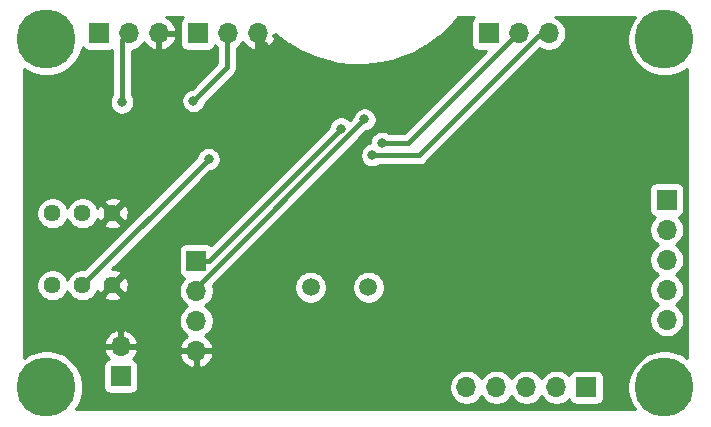
<source format=gbr>
%TF.GenerationSoftware,KiCad,Pcbnew,(5.1.8)-1*%
%TF.CreationDate,2021-01-17T19:24:47+01:00*%
%TF.ProjectId,Cirkel_Kalender,4369726b-656c-45f4-9b61-6c656e646572,rev?*%
%TF.SameCoordinates,Original*%
%TF.FileFunction,Copper,L2,Bot*%
%TF.FilePolarity,Positive*%
%FSLAX46Y46*%
G04 Gerber Fmt 4.6, Leading zero omitted, Abs format (unit mm)*
G04 Created by KiCad (PCBNEW (5.1.8)-1) date 2021-01-17 19:24:47*
%MOMM*%
%LPD*%
G01*
G04 APERTURE LIST*
%TA.AperFunction,ComponentPad*%
%ADD10O,1.700000X1.700000*%
%TD*%
%TA.AperFunction,ComponentPad*%
%ADD11R,1.700000X1.700000*%
%TD*%
%TA.AperFunction,ConnectorPad*%
%ADD12C,5.000000*%
%TD*%
%TA.AperFunction,ComponentPad*%
%ADD13C,2.900000*%
%TD*%
%TA.AperFunction,ComponentPad*%
%ADD14C,1.440000*%
%TD*%
%TA.AperFunction,ComponentPad*%
%ADD15C,1.500000*%
%TD*%
%TA.AperFunction,ViaPad*%
%ADD16C,0.800000*%
%TD*%
%TA.AperFunction,Conductor*%
%ADD17C,0.400000*%
%TD*%
%TA.AperFunction,Conductor*%
%ADD18C,0.254000*%
%TD*%
%TA.AperFunction,Conductor*%
%ADD19C,0.100000*%
%TD*%
G04 APERTURE END LIST*
D10*
%TO.P,U1,3*%
%TO.N,GND*%
X27305000Y-152908000D03*
%TO.P,U1,2*%
%TO.N,Net-(U1-Pad2)*%
X24765000Y-152908000D03*
D11*
%TO.P,U1,1*%
%TO.N,Net-(R1-Pad1)*%
X22225000Y-152908000D03*
%TD*%
D10*
%TO.P,U2,3*%
%TO.N,GND*%
X35661600Y-152908000D03*
%TO.P,U2,2*%
%TO.N,Net-(U2-Pad2)*%
X33121600Y-152908000D03*
D11*
%TO.P,U2,1*%
%TO.N,Net-(R2-Pad1)*%
X30581600Y-152908000D03*
%TD*%
D12*
%TO.P,H3,1*%
%TO.N,N/C*%
X17780000Y-182880000D03*
D13*
X17780000Y-182880000D03*
%TD*%
D12*
%TO.P,H1,1*%
%TO.N,N/C*%
X17780000Y-153416000D03*
D13*
X17780000Y-153416000D03*
%TD*%
D12*
%TO.P,H4,1*%
%TO.N,N/C*%
X70104000Y-182880000D03*
D13*
X70104000Y-182880000D03*
%TD*%
D12*
%TO.P,H2,1*%
%TO.N,N/C*%
X70104000Y-153416000D03*
D13*
X70104000Y-153416000D03*
%TD*%
D11*
%TO.P,J5,1*%
%TO.N,Net-(J5-Pad1)*%
X63500000Y-182880000D03*
D10*
%TO.P,J5,2*%
%TO.N,Net-(J5-Pad2)*%
X60960000Y-182880000D03*
%TO.P,J5,3*%
%TO.N,Net-(J5-Pad3)*%
X58420000Y-182880000D03*
%TO.P,J5,4*%
%TO.N,Net-(J5-Pad4)*%
X55880000Y-182880000D03*
%TO.P,J5,5*%
%TO.N,+5V*%
X53340000Y-182880000D03*
%TD*%
D11*
%TO.P,J4,1*%
%TO.N,+5V*%
X70300000Y-167000000D03*
D10*
%TO.P,J4,2*%
%TO.N,Net-(J4-Pad2)*%
X70300000Y-169540000D03*
%TO.P,J4,3*%
%TO.N,Net-(J4-Pad3)*%
X70300000Y-172080000D03*
%TO.P,J4,4*%
%TO.N,Net-(J4-Pad4)*%
X70300000Y-174620000D03*
%TO.P,J4,5*%
%TO.N,Net-(J4-Pad5)*%
X70300000Y-177160000D03*
%TD*%
D11*
%TO.P,J2,1*%
%TO.N,+5V*%
X24053800Y-181965600D03*
D10*
%TO.P,J2,2*%
%TO.N,GND*%
X24053800Y-179425600D03*
%TD*%
D14*
%TO.P,RV1,1*%
%TO.N,+5V*%
X18288000Y-168148000D03*
%TO.P,RV1,2*%
%TO.N,Net-(RV1-Pad2)*%
X20828000Y-168148000D03*
%TO.P,RV1,3*%
%TO.N,GND*%
X23368000Y-168148000D03*
%TD*%
%TO.P,RV2,3*%
%TO.N,GND*%
X23368000Y-174244000D03*
%TO.P,RV2,2*%
%TO.N,Net-(RV2-Pad2)*%
X20828000Y-174244000D03*
%TO.P,RV2,1*%
%TO.N,+5V*%
X18288000Y-174244000D03*
%TD*%
D15*
%TO.P,Y1,1*%
%TO.N,Net-(C6-Pad2)*%
X45028000Y-174404000D03*
%TO.P,Y1,2*%
%TO.N,Net-(C5-Pad1)*%
X40148000Y-174404000D03*
%TD*%
D11*
%TO.P,J1,1*%
%TO.N,SCL*%
X30454600Y-172161200D03*
D10*
%TO.P,J1,2*%
%TO.N,SDA*%
X30454600Y-174701200D03*
%TO.P,J1,3*%
%TO.N,+5V*%
X30454600Y-177241200D03*
%TO.P,J1,4*%
%TO.N,GND*%
X30454600Y-179781200D03*
%TD*%
D11*
%TO.P,J3,1*%
%TO.N,RESET*%
X55219600Y-152908000D03*
D10*
%TO.P,J3,2*%
%TO.N,RXD*%
X57759600Y-152908000D03*
%TO.P,J3,3*%
%TO.N,TXD*%
X60299600Y-152908000D03*
%TD*%
D16*
%TO.N,GND*%
X26797000Y-160959800D03*
X30962600Y-168529000D03*
X36322000Y-171246800D03*
X24130000Y-176936400D03*
X36195000Y-154025600D03*
X42595800Y-181178200D03*
X48564800Y-157784800D03*
X44119800Y-164922200D03*
X43275199Y-164522201D03*
X53060600Y-162280600D03*
X36677600Y-159334200D03*
X52933600Y-175488600D03*
X50139600Y-172567600D03*
X64592200Y-159537400D03*
%TO.N,SCL*%
X42714255Y-160975376D03*
%TO.N,SDA*%
X44704000Y-160197800D03*
%TO.N,TXD*%
X45364400Y-163220400D03*
%TO.N,RXD*%
X46177200Y-162204400D03*
%TO.N,Net-(RV2-Pad2)*%
X31500000Y-163572000D03*
%TO.N,Net-(U1-Pad2)*%
X24155400Y-158750000D03*
%TO.N,Net-(U2-Pad2)*%
X30226000Y-158623000D03*
%TD*%
D17*
%TO.N,SCL*%
X31528431Y-172161200D02*
X30454600Y-172161200D01*
X42714255Y-160975376D02*
X31528431Y-172161200D01*
%TO.N,SDA*%
X30454600Y-174447200D02*
X30454600Y-174701200D01*
X44704000Y-160197800D02*
X30454600Y-174447200D01*
%TO.N,TXD*%
X59406402Y-153162000D02*
X60096400Y-153162000D01*
X49322602Y-163245800D02*
X59406402Y-153162000D01*
X49297202Y-163220400D02*
X49322602Y-163245800D01*
X45364400Y-163220400D02*
X49297202Y-163220400D01*
%TO.N,RXD*%
X48368602Y-162229800D02*
X57436402Y-153162000D01*
X57436402Y-153162000D02*
X57556400Y-153162000D01*
X48343202Y-162204400D02*
X48368602Y-162229800D01*
X46177200Y-162204400D02*
X48343202Y-162204400D01*
%TO.N,Net-(RV2-Pad2)*%
X20828000Y-174244000D02*
X31500000Y-163572000D01*
X31500000Y-163572000D02*
X31500000Y-163572000D01*
%TO.N,Net-(U1-Pad2)*%
X24155400Y-152933400D02*
X24130000Y-152908000D01*
X24155400Y-153517600D02*
X24765000Y-152908000D01*
X24155400Y-158750000D02*
X24155400Y-153517600D01*
%TO.N,Net-(U2-Pad2)*%
X30226000Y-158623000D02*
X33070800Y-155778200D01*
X33070800Y-152958800D02*
X33121600Y-152908000D01*
X33070800Y-155778200D02*
X33070800Y-152958800D01*
%TD*%
D18*
%TO.N,GND*%
X29280415Y-151606815D02*
X29201063Y-151703506D01*
X29142098Y-151813820D01*
X29105788Y-151933518D01*
X29093528Y-152058000D01*
X29093528Y-153758000D01*
X29105788Y-153882482D01*
X29142098Y-154002180D01*
X29201063Y-154112494D01*
X29280415Y-154209185D01*
X29377106Y-154288537D01*
X29487420Y-154347502D01*
X29607118Y-154383812D01*
X29731600Y-154396072D01*
X31431600Y-154396072D01*
X31556082Y-154383812D01*
X31675780Y-154347502D01*
X31786094Y-154288537D01*
X31882785Y-154209185D01*
X31962137Y-154112494D01*
X32021102Y-154002180D01*
X32043113Y-153929620D01*
X32174968Y-154061475D01*
X32235801Y-154102122D01*
X32235800Y-155432331D01*
X30069225Y-157598907D01*
X29924102Y-157627774D01*
X29735744Y-157705795D01*
X29566226Y-157819063D01*
X29422063Y-157963226D01*
X29308795Y-158132744D01*
X29230774Y-158321102D01*
X29191000Y-158521061D01*
X29191000Y-158724939D01*
X29230774Y-158924898D01*
X29308795Y-159113256D01*
X29422063Y-159282774D01*
X29566226Y-159426937D01*
X29735744Y-159540205D01*
X29924102Y-159618226D01*
X30124061Y-159658000D01*
X30327939Y-159658000D01*
X30527898Y-159618226D01*
X30716256Y-159540205D01*
X30885774Y-159426937D01*
X31029937Y-159282774D01*
X31143205Y-159113256D01*
X31221226Y-158924898D01*
X31250093Y-158779775D01*
X33632233Y-156397636D01*
X33664091Y-156371491D01*
X33768436Y-156244346D01*
X33845972Y-156099287D01*
X33893718Y-155941889D01*
X33905800Y-155819219D01*
X33905800Y-155819218D01*
X33909840Y-155778200D01*
X33905800Y-155737182D01*
X33905800Y-154170009D01*
X34068232Y-154061475D01*
X34275075Y-153854632D01*
X34396795Y-153672466D01*
X34466422Y-153789355D01*
X34661331Y-154005588D01*
X34894680Y-154179641D01*
X35157501Y-154304825D01*
X35304710Y-154349476D01*
X35534600Y-154228155D01*
X35534600Y-153035000D01*
X35514600Y-153035000D01*
X35514600Y-152781000D01*
X35534600Y-152781000D01*
X35534600Y-152761000D01*
X35788600Y-152761000D01*
X35788600Y-152781000D01*
X35808600Y-152781000D01*
X35808600Y-153035000D01*
X35788600Y-153035000D01*
X35788600Y-154228155D01*
X36018490Y-154349476D01*
X36165699Y-154304825D01*
X36428520Y-154179641D01*
X36661869Y-154005588D01*
X36856778Y-153789355D01*
X37005757Y-153539252D01*
X37103081Y-153264891D01*
X36982415Y-153035002D01*
X37146600Y-153035002D01*
X37146600Y-152986796D01*
X37205668Y-153037190D01*
X38226390Y-153802732D01*
X38295688Y-153848201D01*
X38295695Y-153848204D01*
X39404298Y-154479768D01*
X39404310Y-154479776D01*
X39478761Y-154516200D01*
X40657799Y-155003848D01*
X40736228Y-155030655D01*
X40736243Y-155030658D01*
X41967071Y-155366680D01*
X41967086Y-155366685D01*
X42012345Y-155376032D01*
X42048257Y-155383450D01*
X42048270Y-155383451D01*
X43311511Y-155562560D01*
X43311526Y-155562563D01*
X43394157Y-155569022D01*
X44669912Y-155588392D01*
X44669913Y-155588392D01*
X44752703Y-155584444D01*
X44752705Y-155584444D01*
X46020826Y-155443768D01*
X46020828Y-155443768D01*
X46102469Y-155429475D01*
X47342962Y-155130969D01*
X47422169Y-155106557D01*
X47422183Y-155106551D01*
X48615454Y-154654934D01*
X48615468Y-154654930D01*
X48690990Y-154620782D01*
X49818269Y-154023160D01*
X49818276Y-154023157D01*
X49852467Y-154002180D01*
X49888923Y-153979814D01*
X49888933Y-153979806D01*
X50932406Y-153245621D01*
X50932417Y-153245614D01*
X50968298Y-153216837D01*
X50997075Y-153193757D01*
X50997082Y-153193749D01*
X51940321Y-152334564D01*
X51997970Y-152275013D01*
X51997976Y-152275005D01*
X52628474Y-151536000D01*
X54004704Y-151536000D01*
X53918415Y-151606815D01*
X53839063Y-151703506D01*
X53780098Y-151813820D01*
X53743788Y-151933518D01*
X53731528Y-152058000D01*
X53731528Y-153758000D01*
X53743788Y-153882482D01*
X53780098Y-154002180D01*
X53839063Y-154112494D01*
X53918415Y-154209185D01*
X54015106Y-154288537D01*
X54125420Y-154347502D01*
X54245118Y-154383812D01*
X54369600Y-154396072D01*
X55021461Y-154396072D01*
X48048135Y-161369400D01*
X46790485Y-161369400D01*
X46667456Y-161287195D01*
X46479098Y-161209174D01*
X46279139Y-161169400D01*
X46075261Y-161169400D01*
X45875302Y-161209174D01*
X45686944Y-161287195D01*
X45517426Y-161400463D01*
X45373263Y-161544626D01*
X45259995Y-161714144D01*
X45181974Y-161902502D01*
X45142200Y-162102461D01*
X45142200Y-162209321D01*
X45062502Y-162225174D01*
X44874144Y-162303195D01*
X44704626Y-162416463D01*
X44560463Y-162560626D01*
X44447195Y-162730144D01*
X44369174Y-162918502D01*
X44329400Y-163118461D01*
X44329400Y-163322339D01*
X44369174Y-163522298D01*
X44447195Y-163710656D01*
X44560463Y-163880174D01*
X44704626Y-164024337D01*
X44874144Y-164137605D01*
X45062502Y-164215626D01*
X45262461Y-164255400D01*
X45466339Y-164255400D01*
X45666298Y-164215626D01*
X45854656Y-164137605D01*
X45977685Y-164055400D01*
X49115010Y-164055400D01*
X49158914Y-164068718D01*
X49322601Y-164084840D01*
X49322602Y-164084840D01*
X49486290Y-164068718D01*
X49643688Y-164020972D01*
X49788747Y-163943436D01*
X49884031Y-163865238D01*
X49884032Y-163865237D01*
X49915892Y-163839090D01*
X49942039Y-163807230D01*
X59553683Y-154195588D01*
X59596189Y-154223990D01*
X59866442Y-154335932D01*
X60153340Y-154393000D01*
X60445860Y-154393000D01*
X60732758Y-154335932D01*
X61003011Y-154223990D01*
X61246232Y-154061475D01*
X61453075Y-153854632D01*
X61615590Y-153611411D01*
X61727532Y-153341158D01*
X61784600Y-153054260D01*
X61784600Y-152761740D01*
X61727532Y-152474842D01*
X61615590Y-152204589D01*
X61453075Y-151961368D01*
X61246232Y-151754525D01*
X61003011Y-151592010D01*
X60867790Y-151536000D01*
X67589743Y-151536000D01*
X67325799Y-151931021D01*
X67089476Y-152501554D01*
X66969000Y-153107229D01*
X66969000Y-153724771D01*
X67089476Y-154330446D01*
X67325799Y-154900979D01*
X67668886Y-155414446D01*
X68105554Y-155851114D01*
X68619021Y-156194201D01*
X69189554Y-156430524D01*
X69795229Y-156551000D01*
X70412771Y-156551000D01*
X71018446Y-156430524D01*
X71588979Y-156194201D01*
X71984001Y-155930256D01*
X71984000Y-180365743D01*
X71588979Y-180101799D01*
X71018446Y-179865476D01*
X70412771Y-179745000D01*
X69795229Y-179745000D01*
X69189554Y-179865476D01*
X68619021Y-180101799D01*
X68105554Y-180444886D01*
X67668886Y-180881554D01*
X67325799Y-181395021D01*
X67089476Y-181965554D01*
X66969000Y-182571229D01*
X66969000Y-183188771D01*
X67089476Y-183794446D01*
X67325799Y-184364979D01*
X67589743Y-184760000D01*
X20294257Y-184760000D01*
X20558201Y-184364979D01*
X20794524Y-183794446D01*
X20915000Y-183188771D01*
X20915000Y-182571229D01*
X20794524Y-181965554D01*
X20558201Y-181395021D01*
X20371499Y-181115600D01*
X22565728Y-181115600D01*
X22565728Y-182815600D01*
X22577988Y-182940082D01*
X22614298Y-183059780D01*
X22673263Y-183170094D01*
X22752615Y-183266785D01*
X22849306Y-183346137D01*
X22959620Y-183405102D01*
X23079318Y-183441412D01*
X23203800Y-183453672D01*
X24903800Y-183453672D01*
X25028282Y-183441412D01*
X25147980Y-183405102D01*
X25258294Y-183346137D01*
X25354985Y-183266785D01*
X25434337Y-183170094D01*
X25493302Y-183059780D01*
X25529612Y-182940082D01*
X25541872Y-182815600D01*
X25541872Y-182733740D01*
X51855000Y-182733740D01*
X51855000Y-183026260D01*
X51912068Y-183313158D01*
X52024010Y-183583411D01*
X52186525Y-183826632D01*
X52393368Y-184033475D01*
X52636589Y-184195990D01*
X52906842Y-184307932D01*
X53193740Y-184365000D01*
X53486260Y-184365000D01*
X53773158Y-184307932D01*
X54043411Y-184195990D01*
X54286632Y-184033475D01*
X54493475Y-183826632D01*
X54610000Y-183652240D01*
X54726525Y-183826632D01*
X54933368Y-184033475D01*
X55176589Y-184195990D01*
X55446842Y-184307932D01*
X55733740Y-184365000D01*
X56026260Y-184365000D01*
X56313158Y-184307932D01*
X56583411Y-184195990D01*
X56826632Y-184033475D01*
X57033475Y-183826632D01*
X57150000Y-183652240D01*
X57266525Y-183826632D01*
X57473368Y-184033475D01*
X57716589Y-184195990D01*
X57986842Y-184307932D01*
X58273740Y-184365000D01*
X58566260Y-184365000D01*
X58853158Y-184307932D01*
X59123411Y-184195990D01*
X59366632Y-184033475D01*
X59573475Y-183826632D01*
X59690000Y-183652240D01*
X59806525Y-183826632D01*
X60013368Y-184033475D01*
X60256589Y-184195990D01*
X60526842Y-184307932D01*
X60813740Y-184365000D01*
X61106260Y-184365000D01*
X61393158Y-184307932D01*
X61663411Y-184195990D01*
X61906632Y-184033475D01*
X62038487Y-183901620D01*
X62060498Y-183974180D01*
X62119463Y-184084494D01*
X62198815Y-184181185D01*
X62295506Y-184260537D01*
X62405820Y-184319502D01*
X62525518Y-184355812D01*
X62650000Y-184368072D01*
X64350000Y-184368072D01*
X64474482Y-184355812D01*
X64594180Y-184319502D01*
X64704494Y-184260537D01*
X64801185Y-184181185D01*
X64880537Y-184084494D01*
X64939502Y-183974180D01*
X64975812Y-183854482D01*
X64988072Y-183730000D01*
X64988072Y-182030000D01*
X64975812Y-181905518D01*
X64939502Y-181785820D01*
X64880537Y-181675506D01*
X64801185Y-181578815D01*
X64704494Y-181499463D01*
X64594180Y-181440498D01*
X64474482Y-181404188D01*
X64350000Y-181391928D01*
X62650000Y-181391928D01*
X62525518Y-181404188D01*
X62405820Y-181440498D01*
X62295506Y-181499463D01*
X62198815Y-181578815D01*
X62119463Y-181675506D01*
X62060498Y-181785820D01*
X62038487Y-181858380D01*
X61906632Y-181726525D01*
X61663411Y-181564010D01*
X61393158Y-181452068D01*
X61106260Y-181395000D01*
X60813740Y-181395000D01*
X60526842Y-181452068D01*
X60256589Y-181564010D01*
X60013368Y-181726525D01*
X59806525Y-181933368D01*
X59690000Y-182107760D01*
X59573475Y-181933368D01*
X59366632Y-181726525D01*
X59123411Y-181564010D01*
X58853158Y-181452068D01*
X58566260Y-181395000D01*
X58273740Y-181395000D01*
X57986842Y-181452068D01*
X57716589Y-181564010D01*
X57473368Y-181726525D01*
X57266525Y-181933368D01*
X57150000Y-182107760D01*
X57033475Y-181933368D01*
X56826632Y-181726525D01*
X56583411Y-181564010D01*
X56313158Y-181452068D01*
X56026260Y-181395000D01*
X55733740Y-181395000D01*
X55446842Y-181452068D01*
X55176589Y-181564010D01*
X54933368Y-181726525D01*
X54726525Y-181933368D01*
X54610000Y-182107760D01*
X54493475Y-181933368D01*
X54286632Y-181726525D01*
X54043411Y-181564010D01*
X53773158Y-181452068D01*
X53486260Y-181395000D01*
X53193740Y-181395000D01*
X52906842Y-181452068D01*
X52636589Y-181564010D01*
X52393368Y-181726525D01*
X52186525Y-181933368D01*
X52024010Y-182176589D01*
X51912068Y-182446842D01*
X51855000Y-182733740D01*
X25541872Y-182733740D01*
X25541872Y-181115600D01*
X25529612Y-180991118D01*
X25493302Y-180871420D01*
X25434337Y-180761106D01*
X25354985Y-180664415D01*
X25258294Y-180585063D01*
X25147980Y-180526098D01*
X25067334Y-180501634D01*
X25151388Y-180425869D01*
X25325441Y-180192520D01*
X25351366Y-180138090D01*
X29013124Y-180138090D01*
X29057775Y-180285299D01*
X29182959Y-180548120D01*
X29357012Y-180781469D01*
X29573245Y-180976378D01*
X29823348Y-181125357D01*
X30097709Y-181222681D01*
X30327600Y-181102014D01*
X30327600Y-179908200D01*
X30581600Y-179908200D01*
X30581600Y-181102014D01*
X30811491Y-181222681D01*
X31085852Y-181125357D01*
X31335955Y-180976378D01*
X31552188Y-180781469D01*
X31726241Y-180548120D01*
X31851425Y-180285299D01*
X31896076Y-180138090D01*
X31774755Y-179908200D01*
X30581600Y-179908200D01*
X30327600Y-179908200D01*
X29134445Y-179908200D01*
X29013124Y-180138090D01*
X25351366Y-180138090D01*
X25450625Y-179929699D01*
X25495276Y-179782490D01*
X25373955Y-179552600D01*
X24180800Y-179552600D01*
X24180800Y-179572600D01*
X23926800Y-179572600D01*
X23926800Y-179552600D01*
X22733645Y-179552600D01*
X22612324Y-179782490D01*
X22656975Y-179929699D01*
X22782159Y-180192520D01*
X22956212Y-180425869D01*
X23040266Y-180501634D01*
X22959620Y-180526098D01*
X22849306Y-180585063D01*
X22752615Y-180664415D01*
X22673263Y-180761106D01*
X22614298Y-180871420D01*
X22577988Y-180991118D01*
X22565728Y-181115600D01*
X20371499Y-181115600D01*
X20215114Y-180881554D01*
X19778446Y-180444886D01*
X19264979Y-180101799D01*
X18694446Y-179865476D01*
X18088771Y-179745000D01*
X17471229Y-179745000D01*
X16865554Y-179865476D01*
X16295021Y-180101799D01*
X15900000Y-180365743D01*
X15900000Y-179068710D01*
X22612324Y-179068710D01*
X22733645Y-179298600D01*
X23926800Y-179298600D01*
X23926800Y-178104786D01*
X24180800Y-178104786D01*
X24180800Y-179298600D01*
X25373955Y-179298600D01*
X25495276Y-179068710D01*
X25450625Y-178921501D01*
X25325441Y-178658680D01*
X25151388Y-178425331D01*
X24935155Y-178230422D01*
X24685052Y-178081443D01*
X24410691Y-177984119D01*
X24180800Y-178104786D01*
X23926800Y-178104786D01*
X23696909Y-177984119D01*
X23422548Y-178081443D01*
X23172445Y-178230422D01*
X22956212Y-178425331D01*
X22782159Y-178658680D01*
X22656975Y-178921501D01*
X22612324Y-179068710D01*
X15900000Y-179068710D01*
X15900000Y-174110544D01*
X16933000Y-174110544D01*
X16933000Y-174377456D01*
X16985072Y-174639239D01*
X17087215Y-174885833D01*
X17235503Y-175107762D01*
X17424238Y-175296497D01*
X17646167Y-175444785D01*
X17892761Y-175546928D01*
X18154544Y-175599000D01*
X18421456Y-175599000D01*
X18683239Y-175546928D01*
X18929833Y-175444785D01*
X19151762Y-175296497D01*
X19340497Y-175107762D01*
X19488785Y-174885833D01*
X19558000Y-174718734D01*
X19627215Y-174885833D01*
X19775503Y-175107762D01*
X19964238Y-175296497D01*
X20186167Y-175444785D01*
X20432761Y-175546928D01*
X20694544Y-175599000D01*
X20961456Y-175599000D01*
X21223239Y-175546928D01*
X21469833Y-175444785D01*
X21691762Y-175296497D01*
X21808699Y-175179560D01*
X22612045Y-175179560D01*
X22673932Y-175415368D01*
X22915790Y-175528266D01*
X23175027Y-175591811D01*
X23441680Y-175603561D01*
X23705501Y-175563063D01*
X23956353Y-175471875D01*
X24062068Y-175415368D01*
X24123955Y-175179560D01*
X23368000Y-174423605D01*
X22612045Y-175179560D01*
X21808699Y-175179560D01*
X21880497Y-175107762D01*
X22028785Y-174885833D01*
X22098438Y-174717676D01*
X22140125Y-174832353D01*
X22196632Y-174938068D01*
X22432440Y-174999955D01*
X23188395Y-174244000D01*
X23547605Y-174244000D01*
X24303560Y-174999955D01*
X24539368Y-174938068D01*
X24652266Y-174696210D01*
X24715811Y-174436973D01*
X24727561Y-174170320D01*
X24687063Y-173906499D01*
X24595875Y-173655647D01*
X24539368Y-173549932D01*
X24303560Y-173488045D01*
X23547605Y-174244000D01*
X23188395Y-174244000D01*
X23174253Y-174229858D01*
X23353858Y-174050253D01*
X23368000Y-174064395D01*
X24123955Y-173308440D01*
X24062068Y-173072632D01*
X23820210Y-172959734D01*
X23560973Y-172896189D01*
X23365300Y-172887567D01*
X24941667Y-171311200D01*
X28966528Y-171311200D01*
X28966528Y-173011200D01*
X28978788Y-173135682D01*
X29015098Y-173255380D01*
X29074063Y-173365694D01*
X29153415Y-173462385D01*
X29250106Y-173541737D01*
X29360420Y-173600702D01*
X29432980Y-173622713D01*
X29301125Y-173754568D01*
X29138610Y-173997789D01*
X29026668Y-174268042D01*
X28969600Y-174554940D01*
X28969600Y-174847460D01*
X29026668Y-175134358D01*
X29138610Y-175404611D01*
X29301125Y-175647832D01*
X29507968Y-175854675D01*
X29682360Y-175971200D01*
X29507968Y-176087725D01*
X29301125Y-176294568D01*
X29138610Y-176537789D01*
X29026668Y-176808042D01*
X28969600Y-177094940D01*
X28969600Y-177387460D01*
X29026668Y-177674358D01*
X29138610Y-177944611D01*
X29301125Y-178187832D01*
X29507968Y-178394675D01*
X29690134Y-178516395D01*
X29573245Y-178586022D01*
X29357012Y-178780931D01*
X29182959Y-179014280D01*
X29057775Y-179277101D01*
X29013124Y-179424310D01*
X29134445Y-179654200D01*
X30327600Y-179654200D01*
X30327600Y-179634200D01*
X30581600Y-179634200D01*
X30581600Y-179654200D01*
X31774755Y-179654200D01*
X31896076Y-179424310D01*
X31851425Y-179277101D01*
X31726241Y-179014280D01*
X31552188Y-178780931D01*
X31335955Y-178586022D01*
X31219066Y-178516395D01*
X31401232Y-178394675D01*
X31608075Y-178187832D01*
X31770590Y-177944611D01*
X31882532Y-177674358D01*
X31939600Y-177387460D01*
X31939600Y-177094940D01*
X31882532Y-176808042D01*
X31770590Y-176537789D01*
X31608075Y-176294568D01*
X31401232Y-176087725D01*
X31226840Y-175971200D01*
X31401232Y-175854675D01*
X31608075Y-175647832D01*
X31770590Y-175404611D01*
X31882532Y-175134358D01*
X31939600Y-174847460D01*
X31939600Y-174554940D01*
X31882532Y-174268042D01*
X31882345Y-174267589D01*
X38763000Y-174267589D01*
X38763000Y-174540411D01*
X38816225Y-174807989D01*
X38920629Y-175060043D01*
X39072201Y-175286886D01*
X39265114Y-175479799D01*
X39491957Y-175631371D01*
X39744011Y-175735775D01*
X40011589Y-175789000D01*
X40284411Y-175789000D01*
X40551989Y-175735775D01*
X40804043Y-175631371D01*
X41030886Y-175479799D01*
X41223799Y-175286886D01*
X41375371Y-175060043D01*
X41479775Y-174807989D01*
X41533000Y-174540411D01*
X41533000Y-174267589D01*
X43643000Y-174267589D01*
X43643000Y-174540411D01*
X43696225Y-174807989D01*
X43800629Y-175060043D01*
X43952201Y-175286886D01*
X44145114Y-175479799D01*
X44371957Y-175631371D01*
X44624011Y-175735775D01*
X44891589Y-175789000D01*
X45164411Y-175789000D01*
X45431989Y-175735775D01*
X45684043Y-175631371D01*
X45910886Y-175479799D01*
X46103799Y-175286886D01*
X46255371Y-175060043D01*
X46359775Y-174807989D01*
X46413000Y-174540411D01*
X46413000Y-174267589D01*
X46359775Y-174000011D01*
X46255371Y-173747957D01*
X46103799Y-173521114D01*
X45910886Y-173328201D01*
X45684043Y-173176629D01*
X45431989Y-173072225D01*
X45164411Y-173019000D01*
X44891589Y-173019000D01*
X44624011Y-173072225D01*
X44371957Y-173176629D01*
X44145114Y-173328201D01*
X43952201Y-173521114D01*
X43800629Y-173747957D01*
X43696225Y-174000011D01*
X43643000Y-174267589D01*
X41533000Y-174267589D01*
X41479775Y-174000011D01*
X41375371Y-173747957D01*
X41223799Y-173521114D01*
X41030886Y-173328201D01*
X40804043Y-173176629D01*
X40551989Y-173072225D01*
X40284411Y-173019000D01*
X40011589Y-173019000D01*
X39744011Y-173072225D01*
X39491957Y-173176629D01*
X39265114Y-173328201D01*
X39072201Y-173521114D01*
X38920629Y-173747957D01*
X38816225Y-174000011D01*
X38763000Y-174267589D01*
X31882345Y-174267589D01*
X31862643Y-174220025D01*
X39932668Y-166150000D01*
X68811928Y-166150000D01*
X68811928Y-167850000D01*
X68824188Y-167974482D01*
X68860498Y-168094180D01*
X68919463Y-168204494D01*
X68998815Y-168301185D01*
X69095506Y-168380537D01*
X69205820Y-168439502D01*
X69278380Y-168461513D01*
X69146525Y-168593368D01*
X68984010Y-168836589D01*
X68872068Y-169106842D01*
X68815000Y-169393740D01*
X68815000Y-169686260D01*
X68872068Y-169973158D01*
X68984010Y-170243411D01*
X69146525Y-170486632D01*
X69353368Y-170693475D01*
X69527760Y-170810000D01*
X69353368Y-170926525D01*
X69146525Y-171133368D01*
X68984010Y-171376589D01*
X68872068Y-171646842D01*
X68815000Y-171933740D01*
X68815000Y-172226260D01*
X68872068Y-172513158D01*
X68984010Y-172783411D01*
X69146525Y-173026632D01*
X69353368Y-173233475D01*
X69527760Y-173350000D01*
X69353368Y-173466525D01*
X69146525Y-173673368D01*
X68984010Y-173916589D01*
X68872068Y-174186842D01*
X68815000Y-174473740D01*
X68815000Y-174766260D01*
X68872068Y-175053158D01*
X68984010Y-175323411D01*
X69146525Y-175566632D01*
X69353368Y-175773475D01*
X69527760Y-175890000D01*
X69353368Y-176006525D01*
X69146525Y-176213368D01*
X68984010Y-176456589D01*
X68872068Y-176726842D01*
X68815000Y-177013740D01*
X68815000Y-177306260D01*
X68872068Y-177593158D01*
X68984010Y-177863411D01*
X69146525Y-178106632D01*
X69353368Y-178313475D01*
X69596589Y-178475990D01*
X69866842Y-178587932D01*
X70153740Y-178645000D01*
X70446260Y-178645000D01*
X70733158Y-178587932D01*
X71003411Y-178475990D01*
X71246632Y-178313475D01*
X71453475Y-178106632D01*
X71615990Y-177863411D01*
X71727932Y-177593158D01*
X71785000Y-177306260D01*
X71785000Y-177013740D01*
X71727932Y-176726842D01*
X71615990Y-176456589D01*
X71453475Y-176213368D01*
X71246632Y-176006525D01*
X71072240Y-175890000D01*
X71246632Y-175773475D01*
X71453475Y-175566632D01*
X71615990Y-175323411D01*
X71727932Y-175053158D01*
X71785000Y-174766260D01*
X71785000Y-174473740D01*
X71727932Y-174186842D01*
X71615990Y-173916589D01*
X71453475Y-173673368D01*
X71246632Y-173466525D01*
X71072240Y-173350000D01*
X71246632Y-173233475D01*
X71453475Y-173026632D01*
X71615990Y-172783411D01*
X71727932Y-172513158D01*
X71785000Y-172226260D01*
X71785000Y-171933740D01*
X71727932Y-171646842D01*
X71615990Y-171376589D01*
X71453475Y-171133368D01*
X71246632Y-170926525D01*
X71072240Y-170810000D01*
X71246632Y-170693475D01*
X71453475Y-170486632D01*
X71615990Y-170243411D01*
X71727932Y-169973158D01*
X71785000Y-169686260D01*
X71785000Y-169393740D01*
X71727932Y-169106842D01*
X71615990Y-168836589D01*
X71453475Y-168593368D01*
X71321620Y-168461513D01*
X71394180Y-168439502D01*
X71504494Y-168380537D01*
X71601185Y-168301185D01*
X71680537Y-168204494D01*
X71739502Y-168094180D01*
X71775812Y-167974482D01*
X71788072Y-167850000D01*
X71788072Y-166150000D01*
X71775812Y-166025518D01*
X71739502Y-165905820D01*
X71680537Y-165795506D01*
X71601185Y-165698815D01*
X71504494Y-165619463D01*
X71394180Y-165560498D01*
X71274482Y-165524188D01*
X71150000Y-165511928D01*
X69450000Y-165511928D01*
X69325518Y-165524188D01*
X69205820Y-165560498D01*
X69095506Y-165619463D01*
X68998815Y-165698815D01*
X68919463Y-165795506D01*
X68860498Y-165905820D01*
X68824188Y-166025518D01*
X68811928Y-166150000D01*
X39932668Y-166150000D01*
X44860777Y-161221892D01*
X45005898Y-161193026D01*
X45194256Y-161115005D01*
X45363774Y-161001737D01*
X45507937Y-160857574D01*
X45621205Y-160688056D01*
X45699226Y-160499698D01*
X45739000Y-160299739D01*
X45739000Y-160095861D01*
X45699226Y-159895902D01*
X45621205Y-159707544D01*
X45507937Y-159538026D01*
X45363774Y-159393863D01*
X45194256Y-159280595D01*
X45005898Y-159202574D01*
X44805939Y-159162800D01*
X44602061Y-159162800D01*
X44402102Y-159202574D01*
X44213744Y-159280595D01*
X44044226Y-159393863D01*
X43900063Y-159538026D01*
X43786795Y-159707544D01*
X43708774Y-159895902D01*
X43679908Y-160041023D01*
X43461761Y-160259171D01*
X43374029Y-160171439D01*
X43204511Y-160058171D01*
X43016153Y-159980150D01*
X42816194Y-159940376D01*
X42612316Y-159940376D01*
X42412357Y-159980150D01*
X42223999Y-160058171D01*
X42054481Y-160171439D01*
X41910318Y-160315602D01*
X41797050Y-160485120D01*
X41719029Y-160673478D01*
X41690163Y-160818600D01*
X31696996Y-170811768D01*
X31659094Y-170780663D01*
X31548780Y-170721698D01*
X31429082Y-170685388D01*
X31304600Y-170673128D01*
X29604600Y-170673128D01*
X29480118Y-170685388D01*
X29360420Y-170721698D01*
X29250106Y-170780663D01*
X29153415Y-170860015D01*
X29074063Y-170956706D01*
X29015098Y-171067020D01*
X28978788Y-171186718D01*
X28966528Y-171311200D01*
X24941667Y-171311200D01*
X31656776Y-164596092D01*
X31801898Y-164567226D01*
X31990256Y-164489205D01*
X32159774Y-164375937D01*
X32303937Y-164231774D01*
X32417205Y-164062256D01*
X32495226Y-163873898D01*
X32535000Y-163673939D01*
X32535000Y-163470061D01*
X32495226Y-163270102D01*
X32417205Y-163081744D01*
X32303937Y-162912226D01*
X32159774Y-162768063D01*
X31990256Y-162654795D01*
X31801898Y-162576774D01*
X31601939Y-162537000D01*
X31398061Y-162537000D01*
X31198102Y-162576774D01*
X31009744Y-162654795D01*
X30840226Y-162768063D01*
X30696063Y-162912226D01*
X30582795Y-163081744D01*
X30504774Y-163270102D01*
X30475908Y-163415224D01*
X20995384Y-172895749D01*
X20961456Y-172889000D01*
X20694544Y-172889000D01*
X20432761Y-172941072D01*
X20186167Y-173043215D01*
X19964238Y-173191503D01*
X19775503Y-173380238D01*
X19627215Y-173602167D01*
X19558000Y-173769266D01*
X19488785Y-173602167D01*
X19340497Y-173380238D01*
X19151762Y-173191503D01*
X18929833Y-173043215D01*
X18683239Y-172941072D01*
X18421456Y-172889000D01*
X18154544Y-172889000D01*
X17892761Y-172941072D01*
X17646167Y-173043215D01*
X17424238Y-173191503D01*
X17235503Y-173380238D01*
X17087215Y-173602167D01*
X16985072Y-173848761D01*
X16933000Y-174110544D01*
X15900000Y-174110544D01*
X15900000Y-168014544D01*
X16933000Y-168014544D01*
X16933000Y-168281456D01*
X16985072Y-168543239D01*
X17087215Y-168789833D01*
X17235503Y-169011762D01*
X17424238Y-169200497D01*
X17646167Y-169348785D01*
X17892761Y-169450928D01*
X18154544Y-169503000D01*
X18421456Y-169503000D01*
X18683239Y-169450928D01*
X18929833Y-169348785D01*
X19151762Y-169200497D01*
X19340497Y-169011762D01*
X19488785Y-168789833D01*
X19558000Y-168622734D01*
X19627215Y-168789833D01*
X19775503Y-169011762D01*
X19964238Y-169200497D01*
X20186167Y-169348785D01*
X20432761Y-169450928D01*
X20694544Y-169503000D01*
X20961456Y-169503000D01*
X21223239Y-169450928D01*
X21469833Y-169348785D01*
X21691762Y-169200497D01*
X21808699Y-169083560D01*
X22612045Y-169083560D01*
X22673932Y-169319368D01*
X22915790Y-169432266D01*
X23175027Y-169495811D01*
X23441680Y-169507561D01*
X23705501Y-169467063D01*
X23956353Y-169375875D01*
X24062068Y-169319368D01*
X24123955Y-169083560D01*
X23368000Y-168327605D01*
X22612045Y-169083560D01*
X21808699Y-169083560D01*
X21880497Y-169011762D01*
X22028785Y-168789833D01*
X22098438Y-168621676D01*
X22140125Y-168736353D01*
X22196632Y-168842068D01*
X22432440Y-168903955D01*
X23188395Y-168148000D01*
X23547605Y-168148000D01*
X24303560Y-168903955D01*
X24539368Y-168842068D01*
X24652266Y-168600210D01*
X24715811Y-168340973D01*
X24727561Y-168074320D01*
X24687063Y-167810499D01*
X24595875Y-167559647D01*
X24539368Y-167453932D01*
X24303560Y-167392045D01*
X23547605Y-168148000D01*
X23188395Y-168148000D01*
X22432440Y-167392045D01*
X22196632Y-167453932D01*
X22096236Y-167669007D01*
X22028785Y-167506167D01*
X21880497Y-167284238D01*
X21808699Y-167212440D01*
X22612045Y-167212440D01*
X23368000Y-167968395D01*
X24123955Y-167212440D01*
X24062068Y-166976632D01*
X23820210Y-166863734D01*
X23560973Y-166800189D01*
X23294320Y-166788439D01*
X23030499Y-166828937D01*
X22779647Y-166920125D01*
X22673932Y-166976632D01*
X22612045Y-167212440D01*
X21808699Y-167212440D01*
X21691762Y-167095503D01*
X21469833Y-166947215D01*
X21223239Y-166845072D01*
X20961456Y-166793000D01*
X20694544Y-166793000D01*
X20432761Y-166845072D01*
X20186167Y-166947215D01*
X19964238Y-167095503D01*
X19775503Y-167284238D01*
X19627215Y-167506167D01*
X19558000Y-167673266D01*
X19488785Y-167506167D01*
X19340497Y-167284238D01*
X19151762Y-167095503D01*
X18929833Y-166947215D01*
X18683239Y-166845072D01*
X18421456Y-166793000D01*
X18154544Y-166793000D01*
X17892761Y-166845072D01*
X17646167Y-166947215D01*
X17424238Y-167095503D01*
X17235503Y-167284238D01*
X17087215Y-167506167D01*
X16985072Y-167752761D01*
X16933000Y-168014544D01*
X15900000Y-168014544D01*
X15900000Y-155930257D01*
X16295021Y-156194201D01*
X16865554Y-156430524D01*
X17471229Y-156551000D01*
X18088771Y-156551000D01*
X18694446Y-156430524D01*
X19264979Y-156194201D01*
X19778446Y-155851114D01*
X20215114Y-155414446D01*
X20558201Y-154900979D01*
X20794524Y-154330446D01*
X20839663Y-154103515D01*
X20844463Y-154112494D01*
X20923815Y-154209185D01*
X21020506Y-154288537D01*
X21130820Y-154347502D01*
X21250518Y-154383812D01*
X21375000Y-154396072D01*
X23075000Y-154396072D01*
X23199482Y-154383812D01*
X23319180Y-154347502D01*
X23320401Y-154346849D01*
X23320400Y-158136715D01*
X23238195Y-158259744D01*
X23160174Y-158448102D01*
X23120400Y-158648061D01*
X23120400Y-158851939D01*
X23160174Y-159051898D01*
X23238195Y-159240256D01*
X23351463Y-159409774D01*
X23495626Y-159553937D01*
X23665144Y-159667205D01*
X23853502Y-159745226D01*
X24053461Y-159785000D01*
X24257339Y-159785000D01*
X24457298Y-159745226D01*
X24645656Y-159667205D01*
X24815174Y-159553937D01*
X24959337Y-159409774D01*
X25072605Y-159240256D01*
X25150626Y-159051898D01*
X25190400Y-158851939D01*
X25190400Y-158648061D01*
X25150626Y-158448102D01*
X25072605Y-158259744D01*
X24990400Y-158136715D01*
X24990400Y-154377258D01*
X25198158Y-154335932D01*
X25468411Y-154223990D01*
X25711632Y-154061475D01*
X25918475Y-153854632D01*
X26040195Y-153672466D01*
X26109822Y-153789355D01*
X26304731Y-154005588D01*
X26538080Y-154179641D01*
X26800901Y-154304825D01*
X26948110Y-154349476D01*
X27178000Y-154228155D01*
X27178000Y-153035000D01*
X27432000Y-153035000D01*
X27432000Y-154228155D01*
X27661890Y-154349476D01*
X27809099Y-154304825D01*
X28071920Y-154179641D01*
X28305269Y-154005588D01*
X28500178Y-153789355D01*
X28649157Y-153539252D01*
X28746481Y-153264891D01*
X28625814Y-153035000D01*
X27432000Y-153035000D01*
X27178000Y-153035000D01*
X27158000Y-153035000D01*
X27158000Y-152781000D01*
X27178000Y-152781000D01*
X27178000Y-152761000D01*
X27432000Y-152761000D01*
X27432000Y-152781000D01*
X28625814Y-152781000D01*
X28746481Y-152551109D01*
X28649157Y-152276748D01*
X28500178Y-152026645D01*
X28305269Y-151810412D01*
X28071920Y-151636359D01*
X27861219Y-151536000D01*
X29366704Y-151536000D01*
X29280415Y-151606815D01*
%TA.AperFunction,Conductor*%
D19*
G36*
X29280415Y-151606815D02*
G01*
X29201063Y-151703506D01*
X29142098Y-151813820D01*
X29105788Y-151933518D01*
X29093528Y-152058000D01*
X29093528Y-153758000D01*
X29105788Y-153882482D01*
X29142098Y-154002180D01*
X29201063Y-154112494D01*
X29280415Y-154209185D01*
X29377106Y-154288537D01*
X29487420Y-154347502D01*
X29607118Y-154383812D01*
X29731600Y-154396072D01*
X31431600Y-154396072D01*
X31556082Y-154383812D01*
X31675780Y-154347502D01*
X31786094Y-154288537D01*
X31882785Y-154209185D01*
X31962137Y-154112494D01*
X32021102Y-154002180D01*
X32043113Y-153929620D01*
X32174968Y-154061475D01*
X32235801Y-154102122D01*
X32235800Y-155432331D01*
X30069225Y-157598907D01*
X29924102Y-157627774D01*
X29735744Y-157705795D01*
X29566226Y-157819063D01*
X29422063Y-157963226D01*
X29308795Y-158132744D01*
X29230774Y-158321102D01*
X29191000Y-158521061D01*
X29191000Y-158724939D01*
X29230774Y-158924898D01*
X29308795Y-159113256D01*
X29422063Y-159282774D01*
X29566226Y-159426937D01*
X29735744Y-159540205D01*
X29924102Y-159618226D01*
X30124061Y-159658000D01*
X30327939Y-159658000D01*
X30527898Y-159618226D01*
X30716256Y-159540205D01*
X30885774Y-159426937D01*
X31029937Y-159282774D01*
X31143205Y-159113256D01*
X31221226Y-158924898D01*
X31250093Y-158779775D01*
X33632233Y-156397636D01*
X33664091Y-156371491D01*
X33768436Y-156244346D01*
X33845972Y-156099287D01*
X33893718Y-155941889D01*
X33905800Y-155819219D01*
X33905800Y-155819218D01*
X33909840Y-155778200D01*
X33905800Y-155737182D01*
X33905800Y-154170009D01*
X34068232Y-154061475D01*
X34275075Y-153854632D01*
X34396795Y-153672466D01*
X34466422Y-153789355D01*
X34661331Y-154005588D01*
X34894680Y-154179641D01*
X35157501Y-154304825D01*
X35304710Y-154349476D01*
X35534600Y-154228155D01*
X35534600Y-153035000D01*
X35514600Y-153035000D01*
X35514600Y-152781000D01*
X35534600Y-152781000D01*
X35534600Y-152761000D01*
X35788600Y-152761000D01*
X35788600Y-152781000D01*
X35808600Y-152781000D01*
X35808600Y-153035000D01*
X35788600Y-153035000D01*
X35788600Y-154228155D01*
X36018490Y-154349476D01*
X36165699Y-154304825D01*
X36428520Y-154179641D01*
X36661869Y-154005588D01*
X36856778Y-153789355D01*
X37005757Y-153539252D01*
X37103081Y-153264891D01*
X36982415Y-153035002D01*
X37146600Y-153035002D01*
X37146600Y-152986796D01*
X37205668Y-153037190D01*
X38226390Y-153802732D01*
X38295688Y-153848201D01*
X38295695Y-153848204D01*
X39404298Y-154479768D01*
X39404310Y-154479776D01*
X39478761Y-154516200D01*
X40657799Y-155003848D01*
X40736228Y-155030655D01*
X40736243Y-155030658D01*
X41967071Y-155366680D01*
X41967086Y-155366685D01*
X42012345Y-155376032D01*
X42048257Y-155383450D01*
X42048270Y-155383451D01*
X43311511Y-155562560D01*
X43311526Y-155562563D01*
X43394157Y-155569022D01*
X44669912Y-155588392D01*
X44669913Y-155588392D01*
X44752703Y-155584444D01*
X44752705Y-155584444D01*
X46020826Y-155443768D01*
X46020828Y-155443768D01*
X46102469Y-155429475D01*
X47342962Y-155130969D01*
X47422169Y-155106557D01*
X47422183Y-155106551D01*
X48615454Y-154654934D01*
X48615468Y-154654930D01*
X48690990Y-154620782D01*
X49818269Y-154023160D01*
X49818276Y-154023157D01*
X49852467Y-154002180D01*
X49888923Y-153979814D01*
X49888933Y-153979806D01*
X50932406Y-153245621D01*
X50932417Y-153245614D01*
X50968298Y-153216837D01*
X50997075Y-153193757D01*
X50997082Y-153193749D01*
X51940321Y-152334564D01*
X51997970Y-152275013D01*
X51997976Y-152275005D01*
X52628474Y-151536000D01*
X54004704Y-151536000D01*
X53918415Y-151606815D01*
X53839063Y-151703506D01*
X53780098Y-151813820D01*
X53743788Y-151933518D01*
X53731528Y-152058000D01*
X53731528Y-153758000D01*
X53743788Y-153882482D01*
X53780098Y-154002180D01*
X53839063Y-154112494D01*
X53918415Y-154209185D01*
X54015106Y-154288537D01*
X54125420Y-154347502D01*
X54245118Y-154383812D01*
X54369600Y-154396072D01*
X55021461Y-154396072D01*
X48048135Y-161369400D01*
X46790485Y-161369400D01*
X46667456Y-161287195D01*
X46479098Y-161209174D01*
X46279139Y-161169400D01*
X46075261Y-161169400D01*
X45875302Y-161209174D01*
X45686944Y-161287195D01*
X45517426Y-161400463D01*
X45373263Y-161544626D01*
X45259995Y-161714144D01*
X45181974Y-161902502D01*
X45142200Y-162102461D01*
X45142200Y-162209321D01*
X45062502Y-162225174D01*
X44874144Y-162303195D01*
X44704626Y-162416463D01*
X44560463Y-162560626D01*
X44447195Y-162730144D01*
X44369174Y-162918502D01*
X44329400Y-163118461D01*
X44329400Y-163322339D01*
X44369174Y-163522298D01*
X44447195Y-163710656D01*
X44560463Y-163880174D01*
X44704626Y-164024337D01*
X44874144Y-164137605D01*
X45062502Y-164215626D01*
X45262461Y-164255400D01*
X45466339Y-164255400D01*
X45666298Y-164215626D01*
X45854656Y-164137605D01*
X45977685Y-164055400D01*
X49115010Y-164055400D01*
X49158914Y-164068718D01*
X49322601Y-164084840D01*
X49322602Y-164084840D01*
X49486290Y-164068718D01*
X49643688Y-164020972D01*
X49788747Y-163943436D01*
X49884031Y-163865238D01*
X49884032Y-163865237D01*
X49915892Y-163839090D01*
X49942039Y-163807230D01*
X59553683Y-154195588D01*
X59596189Y-154223990D01*
X59866442Y-154335932D01*
X60153340Y-154393000D01*
X60445860Y-154393000D01*
X60732758Y-154335932D01*
X61003011Y-154223990D01*
X61246232Y-154061475D01*
X61453075Y-153854632D01*
X61615590Y-153611411D01*
X61727532Y-153341158D01*
X61784600Y-153054260D01*
X61784600Y-152761740D01*
X61727532Y-152474842D01*
X61615590Y-152204589D01*
X61453075Y-151961368D01*
X61246232Y-151754525D01*
X61003011Y-151592010D01*
X60867790Y-151536000D01*
X67589743Y-151536000D01*
X67325799Y-151931021D01*
X67089476Y-152501554D01*
X66969000Y-153107229D01*
X66969000Y-153724771D01*
X67089476Y-154330446D01*
X67325799Y-154900979D01*
X67668886Y-155414446D01*
X68105554Y-155851114D01*
X68619021Y-156194201D01*
X69189554Y-156430524D01*
X69795229Y-156551000D01*
X70412771Y-156551000D01*
X71018446Y-156430524D01*
X71588979Y-156194201D01*
X71984001Y-155930256D01*
X71984000Y-180365743D01*
X71588979Y-180101799D01*
X71018446Y-179865476D01*
X70412771Y-179745000D01*
X69795229Y-179745000D01*
X69189554Y-179865476D01*
X68619021Y-180101799D01*
X68105554Y-180444886D01*
X67668886Y-180881554D01*
X67325799Y-181395021D01*
X67089476Y-181965554D01*
X66969000Y-182571229D01*
X66969000Y-183188771D01*
X67089476Y-183794446D01*
X67325799Y-184364979D01*
X67589743Y-184760000D01*
X20294257Y-184760000D01*
X20558201Y-184364979D01*
X20794524Y-183794446D01*
X20915000Y-183188771D01*
X20915000Y-182571229D01*
X20794524Y-181965554D01*
X20558201Y-181395021D01*
X20371499Y-181115600D01*
X22565728Y-181115600D01*
X22565728Y-182815600D01*
X22577988Y-182940082D01*
X22614298Y-183059780D01*
X22673263Y-183170094D01*
X22752615Y-183266785D01*
X22849306Y-183346137D01*
X22959620Y-183405102D01*
X23079318Y-183441412D01*
X23203800Y-183453672D01*
X24903800Y-183453672D01*
X25028282Y-183441412D01*
X25147980Y-183405102D01*
X25258294Y-183346137D01*
X25354985Y-183266785D01*
X25434337Y-183170094D01*
X25493302Y-183059780D01*
X25529612Y-182940082D01*
X25541872Y-182815600D01*
X25541872Y-182733740D01*
X51855000Y-182733740D01*
X51855000Y-183026260D01*
X51912068Y-183313158D01*
X52024010Y-183583411D01*
X52186525Y-183826632D01*
X52393368Y-184033475D01*
X52636589Y-184195990D01*
X52906842Y-184307932D01*
X53193740Y-184365000D01*
X53486260Y-184365000D01*
X53773158Y-184307932D01*
X54043411Y-184195990D01*
X54286632Y-184033475D01*
X54493475Y-183826632D01*
X54610000Y-183652240D01*
X54726525Y-183826632D01*
X54933368Y-184033475D01*
X55176589Y-184195990D01*
X55446842Y-184307932D01*
X55733740Y-184365000D01*
X56026260Y-184365000D01*
X56313158Y-184307932D01*
X56583411Y-184195990D01*
X56826632Y-184033475D01*
X57033475Y-183826632D01*
X57150000Y-183652240D01*
X57266525Y-183826632D01*
X57473368Y-184033475D01*
X57716589Y-184195990D01*
X57986842Y-184307932D01*
X58273740Y-184365000D01*
X58566260Y-184365000D01*
X58853158Y-184307932D01*
X59123411Y-184195990D01*
X59366632Y-184033475D01*
X59573475Y-183826632D01*
X59690000Y-183652240D01*
X59806525Y-183826632D01*
X60013368Y-184033475D01*
X60256589Y-184195990D01*
X60526842Y-184307932D01*
X60813740Y-184365000D01*
X61106260Y-184365000D01*
X61393158Y-184307932D01*
X61663411Y-184195990D01*
X61906632Y-184033475D01*
X62038487Y-183901620D01*
X62060498Y-183974180D01*
X62119463Y-184084494D01*
X62198815Y-184181185D01*
X62295506Y-184260537D01*
X62405820Y-184319502D01*
X62525518Y-184355812D01*
X62650000Y-184368072D01*
X64350000Y-184368072D01*
X64474482Y-184355812D01*
X64594180Y-184319502D01*
X64704494Y-184260537D01*
X64801185Y-184181185D01*
X64880537Y-184084494D01*
X64939502Y-183974180D01*
X64975812Y-183854482D01*
X64988072Y-183730000D01*
X64988072Y-182030000D01*
X64975812Y-181905518D01*
X64939502Y-181785820D01*
X64880537Y-181675506D01*
X64801185Y-181578815D01*
X64704494Y-181499463D01*
X64594180Y-181440498D01*
X64474482Y-181404188D01*
X64350000Y-181391928D01*
X62650000Y-181391928D01*
X62525518Y-181404188D01*
X62405820Y-181440498D01*
X62295506Y-181499463D01*
X62198815Y-181578815D01*
X62119463Y-181675506D01*
X62060498Y-181785820D01*
X62038487Y-181858380D01*
X61906632Y-181726525D01*
X61663411Y-181564010D01*
X61393158Y-181452068D01*
X61106260Y-181395000D01*
X60813740Y-181395000D01*
X60526842Y-181452068D01*
X60256589Y-181564010D01*
X60013368Y-181726525D01*
X59806525Y-181933368D01*
X59690000Y-182107760D01*
X59573475Y-181933368D01*
X59366632Y-181726525D01*
X59123411Y-181564010D01*
X58853158Y-181452068D01*
X58566260Y-181395000D01*
X58273740Y-181395000D01*
X57986842Y-181452068D01*
X57716589Y-181564010D01*
X57473368Y-181726525D01*
X57266525Y-181933368D01*
X57150000Y-182107760D01*
X57033475Y-181933368D01*
X56826632Y-181726525D01*
X56583411Y-181564010D01*
X56313158Y-181452068D01*
X56026260Y-181395000D01*
X55733740Y-181395000D01*
X55446842Y-181452068D01*
X55176589Y-181564010D01*
X54933368Y-181726525D01*
X54726525Y-181933368D01*
X54610000Y-182107760D01*
X54493475Y-181933368D01*
X54286632Y-181726525D01*
X54043411Y-181564010D01*
X53773158Y-181452068D01*
X53486260Y-181395000D01*
X53193740Y-181395000D01*
X52906842Y-181452068D01*
X52636589Y-181564010D01*
X52393368Y-181726525D01*
X52186525Y-181933368D01*
X52024010Y-182176589D01*
X51912068Y-182446842D01*
X51855000Y-182733740D01*
X25541872Y-182733740D01*
X25541872Y-181115600D01*
X25529612Y-180991118D01*
X25493302Y-180871420D01*
X25434337Y-180761106D01*
X25354985Y-180664415D01*
X25258294Y-180585063D01*
X25147980Y-180526098D01*
X25067334Y-180501634D01*
X25151388Y-180425869D01*
X25325441Y-180192520D01*
X25351366Y-180138090D01*
X29013124Y-180138090D01*
X29057775Y-180285299D01*
X29182959Y-180548120D01*
X29357012Y-180781469D01*
X29573245Y-180976378D01*
X29823348Y-181125357D01*
X30097709Y-181222681D01*
X30327600Y-181102014D01*
X30327600Y-179908200D01*
X30581600Y-179908200D01*
X30581600Y-181102014D01*
X30811491Y-181222681D01*
X31085852Y-181125357D01*
X31335955Y-180976378D01*
X31552188Y-180781469D01*
X31726241Y-180548120D01*
X31851425Y-180285299D01*
X31896076Y-180138090D01*
X31774755Y-179908200D01*
X30581600Y-179908200D01*
X30327600Y-179908200D01*
X29134445Y-179908200D01*
X29013124Y-180138090D01*
X25351366Y-180138090D01*
X25450625Y-179929699D01*
X25495276Y-179782490D01*
X25373955Y-179552600D01*
X24180800Y-179552600D01*
X24180800Y-179572600D01*
X23926800Y-179572600D01*
X23926800Y-179552600D01*
X22733645Y-179552600D01*
X22612324Y-179782490D01*
X22656975Y-179929699D01*
X22782159Y-180192520D01*
X22956212Y-180425869D01*
X23040266Y-180501634D01*
X22959620Y-180526098D01*
X22849306Y-180585063D01*
X22752615Y-180664415D01*
X22673263Y-180761106D01*
X22614298Y-180871420D01*
X22577988Y-180991118D01*
X22565728Y-181115600D01*
X20371499Y-181115600D01*
X20215114Y-180881554D01*
X19778446Y-180444886D01*
X19264979Y-180101799D01*
X18694446Y-179865476D01*
X18088771Y-179745000D01*
X17471229Y-179745000D01*
X16865554Y-179865476D01*
X16295021Y-180101799D01*
X15900000Y-180365743D01*
X15900000Y-179068710D01*
X22612324Y-179068710D01*
X22733645Y-179298600D01*
X23926800Y-179298600D01*
X23926800Y-178104786D01*
X24180800Y-178104786D01*
X24180800Y-179298600D01*
X25373955Y-179298600D01*
X25495276Y-179068710D01*
X25450625Y-178921501D01*
X25325441Y-178658680D01*
X25151388Y-178425331D01*
X24935155Y-178230422D01*
X24685052Y-178081443D01*
X24410691Y-177984119D01*
X24180800Y-178104786D01*
X23926800Y-178104786D01*
X23696909Y-177984119D01*
X23422548Y-178081443D01*
X23172445Y-178230422D01*
X22956212Y-178425331D01*
X22782159Y-178658680D01*
X22656975Y-178921501D01*
X22612324Y-179068710D01*
X15900000Y-179068710D01*
X15900000Y-174110544D01*
X16933000Y-174110544D01*
X16933000Y-174377456D01*
X16985072Y-174639239D01*
X17087215Y-174885833D01*
X17235503Y-175107762D01*
X17424238Y-175296497D01*
X17646167Y-175444785D01*
X17892761Y-175546928D01*
X18154544Y-175599000D01*
X18421456Y-175599000D01*
X18683239Y-175546928D01*
X18929833Y-175444785D01*
X19151762Y-175296497D01*
X19340497Y-175107762D01*
X19488785Y-174885833D01*
X19558000Y-174718734D01*
X19627215Y-174885833D01*
X19775503Y-175107762D01*
X19964238Y-175296497D01*
X20186167Y-175444785D01*
X20432761Y-175546928D01*
X20694544Y-175599000D01*
X20961456Y-175599000D01*
X21223239Y-175546928D01*
X21469833Y-175444785D01*
X21691762Y-175296497D01*
X21808699Y-175179560D01*
X22612045Y-175179560D01*
X22673932Y-175415368D01*
X22915790Y-175528266D01*
X23175027Y-175591811D01*
X23441680Y-175603561D01*
X23705501Y-175563063D01*
X23956353Y-175471875D01*
X24062068Y-175415368D01*
X24123955Y-175179560D01*
X23368000Y-174423605D01*
X22612045Y-175179560D01*
X21808699Y-175179560D01*
X21880497Y-175107762D01*
X22028785Y-174885833D01*
X22098438Y-174717676D01*
X22140125Y-174832353D01*
X22196632Y-174938068D01*
X22432440Y-174999955D01*
X23188395Y-174244000D01*
X23547605Y-174244000D01*
X24303560Y-174999955D01*
X24539368Y-174938068D01*
X24652266Y-174696210D01*
X24715811Y-174436973D01*
X24727561Y-174170320D01*
X24687063Y-173906499D01*
X24595875Y-173655647D01*
X24539368Y-173549932D01*
X24303560Y-173488045D01*
X23547605Y-174244000D01*
X23188395Y-174244000D01*
X23174253Y-174229858D01*
X23353858Y-174050253D01*
X23368000Y-174064395D01*
X24123955Y-173308440D01*
X24062068Y-173072632D01*
X23820210Y-172959734D01*
X23560973Y-172896189D01*
X23365300Y-172887567D01*
X24941667Y-171311200D01*
X28966528Y-171311200D01*
X28966528Y-173011200D01*
X28978788Y-173135682D01*
X29015098Y-173255380D01*
X29074063Y-173365694D01*
X29153415Y-173462385D01*
X29250106Y-173541737D01*
X29360420Y-173600702D01*
X29432980Y-173622713D01*
X29301125Y-173754568D01*
X29138610Y-173997789D01*
X29026668Y-174268042D01*
X28969600Y-174554940D01*
X28969600Y-174847460D01*
X29026668Y-175134358D01*
X29138610Y-175404611D01*
X29301125Y-175647832D01*
X29507968Y-175854675D01*
X29682360Y-175971200D01*
X29507968Y-176087725D01*
X29301125Y-176294568D01*
X29138610Y-176537789D01*
X29026668Y-176808042D01*
X28969600Y-177094940D01*
X28969600Y-177387460D01*
X29026668Y-177674358D01*
X29138610Y-177944611D01*
X29301125Y-178187832D01*
X29507968Y-178394675D01*
X29690134Y-178516395D01*
X29573245Y-178586022D01*
X29357012Y-178780931D01*
X29182959Y-179014280D01*
X29057775Y-179277101D01*
X29013124Y-179424310D01*
X29134445Y-179654200D01*
X30327600Y-179654200D01*
X30327600Y-179634200D01*
X30581600Y-179634200D01*
X30581600Y-179654200D01*
X31774755Y-179654200D01*
X31896076Y-179424310D01*
X31851425Y-179277101D01*
X31726241Y-179014280D01*
X31552188Y-178780931D01*
X31335955Y-178586022D01*
X31219066Y-178516395D01*
X31401232Y-178394675D01*
X31608075Y-178187832D01*
X31770590Y-177944611D01*
X31882532Y-177674358D01*
X31939600Y-177387460D01*
X31939600Y-177094940D01*
X31882532Y-176808042D01*
X31770590Y-176537789D01*
X31608075Y-176294568D01*
X31401232Y-176087725D01*
X31226840Y-175971200D01*
X31401232Y-175854675D01*
X31608075Y-175647832D01*
X31770590Y-175404611D01*
X31882532Y-175134358D01*
X31939600Y-174847460D01*
X31939600Y-174554940D01*
X31882532Y-174268042D01*
X31882345Y-174267589D01*
X38763000Y-174267589D01*
X38763000Y-174540411D01*
X38816225Y-174807989D01*
X38920629Y-175060043D01*
X39072201Y-175286886D01*
X39265114Y-175479799D01*
X39491957Y-175631371D01*
X39744011Y-175735775D01*
X40011589Y-175789000D01*
X40284411Y-175789000D01*
X40551989Y-175735775D01*
X40804043Y-175631371D01*
X41030886Y-175479799D01*
X41223799Y-175286886D01*
X41375371Y-175060043D01*
X41479775Y-174807989D01*
X41533000Y-174540411D01*
X41533000Y-174267589D01*
X43643000Y-174267589D01*
X43643000Y-174540411D01*
X43696225Y-174807989D01*
X43800629Y-175060043D01*
X43952201Y-175286886D01*
X44145114Y-175479799D01*
X44371957Y-175631371D01*
X44624011Y-175735775D01*
X44891589Y-175789000D01*
X45164411Y-175789000D01*
X45431989Y-175735775D01*
X45684043Y-175631371D01*
X45910886Y-175479799D01*
X46103799Y-175286886D01*
X46255371Y-175060043D01*
X46359775Y-174807989D01*
X46413000Y-174540411D01*
X46413000Y-174267589D01*
X46359775Y-174000011D01*
X46255371Y-173747957D01*
X46103799Y-173521114D01*
X45910886Y-173328201D01*
X45684043Y-173176629D01*
X45431989Y-173072225D01*
X45164411Y-173019000D01*
X44891589Y-173019000D01*
X44624011Y-173072225D01*
X44371957Y-173176629D01*
X44145114Y-173328201D01*
X43952201Y-173521114D01*
X43800629Y-173747957D01*
X43696225Y-174000011D01*
X43643000Y-174267589D01*
X41533000Y-174267589D01*
X41479775Y-174000011D01*
X41375371Y-173747957D01*
X41223799Y-173521114D01*
X41030886Y-173328201D01*
X40804043Y-173176629D01*
X40551989Y-173072225D01*
X40284411Y-173019000D01*
X40011589Y-173019000D01*
X39744011Y-173072225D01*
X39491957Y-173176629D01*
X39265114Y-173328201D01*
X39072201Y-173521114D01*
X38920629Y-173747957D01*
X38816225Y-174000011D01*
X38763000Y-174267589D01*
X31882345Y-174267589D01*
X31862643Y-174220025D01*
X39932668Y-166150000D01*
X68811928Y-166150000D01*
X68811928Y-167850000D01*
X68824188Y-167974482D01*
X68860498Y-168094180D01*
X68919463Y-168204494D01*
X68998815Y-168301185D01*
X69095506Y-168380537D01*
X69205820Y-168439502D01*
X69278380Y-168461513D01*
X69146525Y-168593368D01*
X68984010Y-168836589D01*
X68872068Y-169106842D01*
X68815000Y-169393740D01*
X68815000Y-169686260D01*
X68872068Y-169973158D01*
X68984010Y-170243411D01*
X69146525Y-170486632D01*
X69353368Y-170693475D01*
X69527760Y-170810000D01*
X69353368Y-170926525D01*
X69146525Y-171133368D01*
X68984010Y-171376589D01*
X68872068Y-171646842D01*
X68815000Y-171933740D01*
X68815000Y-172226260D01*
X68872068Y-172513158D01*
X68984010Y-172783411D01*
X69146525Y-173026632D01*
X69353368Y-173233475D01*
X69527760Y-173350000D01*
X69353368Y-173466525D01*
X69146525Y-173673368D01*
X68984010Y-173916589D01*
X68872068Y-174186842D01*
X68815000Y-174473740D01*
X68815000Y-174766260D01*
X68872068Y-175053158D01*
X68984010Y-175323411D01*
X69146525Y-175566632D01*
X69353368Y-175773475D01*
X69527760Y-175890000D01*
X69353368Y-176006525D01*
X69146525Y-176213368D01*
X68984010Y-176456589D01*
X68872068Y-176726842D01*
X68815000Y-177013740D01*
X68815000Y-177306260D01*
X68872068Y-177593158D01*
X68984010Y-177863411D01*
X69146525Y-178106632D01*
X69353368Y-178313475D01*
X69596589Y-178475990D01*
X69866842Y-178587932D01*
X70153740Y-178645000D01*
X70446260Y-178645000D01*
X70733158Y-178587932D01*
X71003411Y-178475990D01*
X71246632Y-178313475D01*
X71453475Y-178106632D01*
X71615990Y-177863411D01*
X71727932Y-177593158D01*
X71785000Y-177306260D01*
X71785000Y-177013740D01*
X71727932Y-176726842D01*
X71615990Y-176456589D01*
X71453475Y-176213368D01*
X71246632Y-176006525D01*
X71072240Y-175890000D01*
X71246632Y-175773475D01*
X71453475Y-175566632D01*
X71615990Y-175323411D01*
X71727932Y-175053158D01*
X71785000Y-174766260D01*
X71785000Y-174473740D01*
X71727932Y-174186842D01*
X71615990Y-173916589D01*
X71453475Y-173673368D01*
X71246632Y-173466525D01*
X71072240Y-173350000D01*
X71246632Y-173233475D01*
X71453475Y-173026632D01*
X71615990Y-172783411D01*
X71727932Y-172513158D01*
X71785000Y-172226260D01*
X71785000Y-171933740D01*
X71727932Y-171646842D01*
X71615990Y-171376589D01*
X71453475Y-171133368D01*
X71246632Y-170926525D01*
X71072240Y-170810000D01*
X71246632Y-170693475D01*
X71453475Y-170486632D01*
X71615990Y-170243411D01*
X71727932Y-169973158D01*
X71785000Y-169686260D01*
X71785000Y-169393740D01*
X71727932Y-169106842D01*
X71615990Y-168836589D01*
X71453475Y-168593368D01*
X71321620Y-168461513D01*
X71394180Y-168439502D01*
X71504494Y-168380537D01*
X71601185Y-168301185D01*
X71680537Y-168204494D01*
X71739502Y-168094180D01*
X71775812Y-167974482D01*
X71788072Y-167850000D01*
X71788072Y-166150000D01*
X71775812Y-166025518D01*
X71739502Y-165905820D01*
X71680537Y-165795506D01*
X71601185Y-165698815D01*
X71504494Y-165619463D01*
X71394180Y-165560498D01*
X71274482Y-165524188D01*
X71150000Y-165511928D01*
X69450000Y-165511928D01*
X69325518Y-165524188D01*
X69205820Y-165560498D01*
X69095506Y-165619463D01*
X68998815Y-165698815D01*
X68919463Y-165795506D01*
X68860498Y-165905820D01*
X68824188Y-166025518D01*
X68811928Y-166150000D01*
X39932668Y-166150000D01*
X44860777Y-161221892D01*
X45005898Y-161193026D01*
X45194256Y-161115005D01*
X45363774Y-161001737D01*
X45507937Y-160857574D01*
X45621205Y-160688056D01*
X45699226Y-160499698D01*
X45739000Y-160299739D01*
X45739000Y-160095861D01*
X45699226Y-159895902D01*
X45621205Y-159707544D01*
X45507937Y-159538026D01*
X45363774Y-159393863D01*
X45194256Y-159280595D01*
X45005898Y-159202574D01*
X44805939Y-159162800D01*
X44602061Y-159162800D01*
X44402102Y-159202574D01*
X44213744Y-159280595D01*
X44044226Y-159393863D01*
X43900063Y-159538026D01*
X43786795Y-159707544D01*
X43708774Y-159895902D01*
X43679908Y-160041023D01*
X43461761Y-160259171D01*
X43374029Y-160171439D01*
X43204511Y-160058171D01*
X43016153Y-159980150D01*
X42816194Y-159940376D01*
X42612316Y-159940376D01*
X42412357Y-159980150D01*
X42223999Y-160058171D01*
X42054481Y-160171439D01*
X41910318Y-160315602D01*
X41797050Y-160485120D01*
X41719029Y-160673478D01*
X41690163Y-160818600D01*
X31696996Y-170811768D01*
X31659094Y-170780663D01*
X31548780Y-170721698D01*
X31429082Y-170685388D01*
X31304600Y-170673128D01*
X29604600Y-170673128D01*
X29480118Y-170685388D01*
X29360420Y-170721698D01*
X29250106Y-170780663D01*
X29153415Y-170860015D01*
X29074063Y-170956706D01*
X29015098Y-171067020D01*
X28978788Y-171186718D01*
X28966528Y-171311200D01*
X24941667Y-171311200D01*
X31656776Y-164596092D01*
X31801898Y-164567226D01*
X31990256Y-164489205D01*
X32159774Y-164375937D01*
X32303937Y-164231774D01*
X32417205Y-164062256D01*
X32495226Y-163873898D01*
X32535000Y-163673939D01*
X32535000Y-163470061D01*
X32495226Y-163270102D01*
X32417205Y-163081744D01*
X32303937Y-162912226D01*
X32159774Y-162768063D01*
X31990256Y-162654795D01*
X31801898Y-162576774D01*
X31601939Y-162537000D01*
X31398061Y-162537000D01*
X31198102Y-162576774D01*
X31009744Y-162654795D01*
X30840226Y-162768063D01*
X30696063Y-162912226D01*
X30582795Y-163081744D01*
X30504774Y-163270102D01*
X30475908Y-163415224D01*
X20995384Y-172895749D01*
X20961456Y-172889000D01*
X20694544Y-172889000D01*
X20432761Y-172941072D01*
X20186167Y-173043215D01*
X19964238Y-173191503D01*
X19775503Y-173380238D01*
X19627215Y-173602167D01*
X19558000Y-173769266D01*
X19488785Y-173602167D01*
X19340497Y-173380238D01*
X19151762Y-173191503D01*
X18929833Y-173043215D01*
X18683239Y-172941072D01*
X18421456Y-172889000D01*
X18154544Y-172889000D01*
X17892761Y-172941072D01*
X17646167Y-173043215D01*
X17424238Y-173191503D01*
X17235503Y-173380238D01*
X17087215Y-173602167D01*
X16985072Y-173848761D01*
X16933000Y-174110544D01*
X15900000Y-174110544D01*
X15900000Y-168014544D01*
X16933000Y-168014544D01*
X16933000Y-168281456D01*
X16985072Y-168543239D01*
X17087215Y-168789833D01*
X17235503Y-169011762D01*
X17424238Y-169200497D01*
X17646167Y-169348785D01*
X17892761Y-169450928D01*
X18154544Y-169503000D01*
X18421456Y-169503000D01*
X18683239Y-169450928D01*
X18929833Y-169348785D01*
X19151762Y-169200497D01*
X19340497Y-169011762D01*
X19488785Y-168789833D01*
X19558000Y-168622734D01*
X19627215Y-168789833D01*
X19775503Y-169011762D01*
X19964238Y-169200497D01*
X20186167Y-169348785D01*
X20432761Y-169450928D01*
X20694544Y-169503000D01*
X20961456Y-169503000D01*
X21223239Y-169450928D01*
X21469833Y-169348785D01*
X21691762Y-169200497D01*
X21808699Y-169083560D01*
X22612045Y-169083560D01*
X22673932Y-169319368D01*
X22915790Y-169432266D01*
X23175027Y-169495811D01*
X23441680Y-169507561D01*
X23705501Y-169467063D01*
X23956353Y-169375875D01*
X24062068Y-169319368D01*
X24123955Y-169083560D01*
X23368000Y-168327605D01*
X22612045Y-169083560D01*
X21808699Y-169083560D01*
X21880497Y-169011762D01*
X22028785Y-168789833D01*
X22098438Y-168621676D01*
X22140125Y-168736353D01*
X22196632Y-168842068D01*
X22432440Y-168903955D01*
X23188395Y-168148000D01*
X23547605Y-168148000D01*
X24303560Y-168903955D01*
X24539368Y-168842068D01*
X24652266Y-168600210D01*
X24715811Y-168340973D01*
X24727561Y-168074320D01*
X24687063Y-167810499D01*
X24595875Y-167559647D01*
X24539368Y-167453932D01*
X24303560Y-167392045D01*
X23547605Y-168148000D01*
X23188395Y-168148000D01*
X22432440Y-167392045D01*
X22196632Y-167453932D01*
X22096236Y-167669007D01*
X22028785Y-167506167D01*
X21880497Y-167284238D01*
X21808699Y-167212440D01*
X22612045Y-167212440D01*
X23368000Y-167968395D01*
X24123955Y-167212440D01*
X24062068Y-166976632D01*
X23820210Y-166863734D01*
X23560973Y-166800189D01*
X23294320Y-166788439D01*
X23030499Y-166828937D01*
X22779647Y-166920125D01*
X22673932Y-166976632D01*
X22612045Y-167212440D01*
X21808699Y-167212440D01*
X21691762Y-167095503D01*
X21469833Y-166947215D01*
X21223239Y-166845072D01*
X20961456Y-166793000D01*
X20694544Y-166793000D01*
X20432761Y-166845072D01*
X20186167Y-166947215D01*
X19964238Y-167095503D01*
X19775503Y-167284238D01*
X19627215Y-167506167D01*
X19558000Y-167673266D01*
X19488785Y-167506167D01*
X19340497Y-167284238D01*
X19151762Y-167095503D01*
X18929833Y-166947215D01*
X18683239Y-166845072D01*
X18421456Y-166793000D01*
X18154544Y-166793000D01*
X17892761Y-166845072D01*
X17646167Y-166947215D01*
X17424238Y-167095503D01*
X17235503Y-167284238D01*
X17087215Y-167506167D01*
X16985072Y-167752761D01*
X16933000Y-168014544D01*
X15900000Y-168014544D01*
X15900000Y-155930257D01*
X16295021Y-156194201D01*
X16865554Y-156430524D01*
X17471229Y-156551000D01*
X18088771Y-156551000D01*
X18694446Y-156430524D01*
X19264979Y-156194201D01*
X19778446Y-155851114D01*
X20215114Y-155414446D01*
X20558201Y-154900979D01*
X20794524Y-154330446D01*
X20839663Y-154103515D01*
X20844463Y-154112494D01*
X20923815Y-154209185D01*
X21020506Y-154288537D01*
X21130820Y-154347502D01*
X21250518Y-154383812D01*
X21375000Y-154396072D01*
X23075000Y-154396072D01*
X23199482Y-154383812D01*
X23319180Y-154347502D01*
X23320401Y-154346849D01*
X23320400Y-158136715D01*
X23238195Y-158259744D01*
X23160174Y-158448102D01*
X23120400Y-158648061D01*
X23120400Y-158851939D01*
X23160174Y-159051898D01*
X23238195Y-159240256D01*
X23351463Y-159409774D01*
X23495626Y-159553937D01*
X23665144Y-159667205D01*
X23853502Y-159745226D01*
X24053461Y-159785000D01*
X24257339Y-159785000D01*
X24457298Y-159745226D01*
X24645656Y-159667205D01*
X24815174Y-159553937D01*
X24959337Y-159409774D01*
X25072605Y-159240256D01*
X25150626Y-159051898D01*
X25190400Y-158851939D01*
X25190400Y-158648061D01*
X25150626Y-158448102D01*
X25072605Y-158259744D01*
X24990400Y-158136715D01*
X24990400Y-154377258D01*
X25198158Y-154335932D01*
X25468411Y-154223990D01*
X25711632Y-154061475D01*
X25918475Y-153854632D01*
X26040195Y-153672466D01*
X26109822Y-153789355D01*
X26304731Y-154005588D01*
X26538080Y-154179641D01*
X26800901Y-154304825D01*
X26948110Y-154349476D01*
X27178000Y-154228155D01*
X27178000Y-153035000D01*
X27432000Y-153035000D01*
X27432000Y-154228155D01*
X27661890Y-154349476D01*
X27809099Y-154304825D01*
X28071920Y-154179641D01*
X28305269Y-154005588D01*
X28500178Y-153789355D01*
X28649157Y-153539252D01*
X28746481Y-153264891D01*
X28625814Y-153035000D01*
X27432000Y-153035000D01*
X27178000Y-153035000D01*
X27158000Y-153035000D01*
X27158000Y-152781000D01*
X27178000Y-152781000D01*
X27178000Y-152761000D01*
X27432000Y-152761000D01*
X27432000Y-152781000D01*
X28625814Y-152781000D01*
X28746481Y-152551109D01*
X28649157Y-152276748D01*
X28500178Y-152026645D01*
X28305269Y-151810412D01*
X28071920Y-151636359D01*
X27861219Y-151536000D01*
X29366704Y-151536000D01*
X29280415Y-151606815D01*
G37*
%TD.AperFunction*%
%TD*%
M02*

</source>
